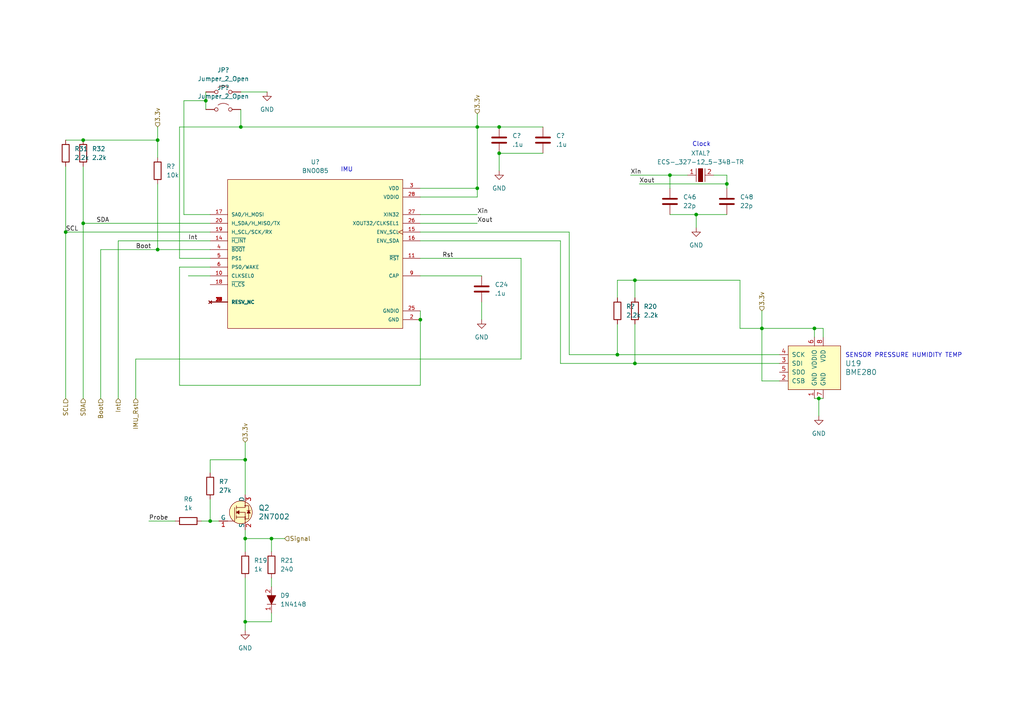
<source format=kicad_sch>
(kicad_sch (version 20231120) (generator "eeschema") (generator_version "8.0")
  (paper "A4")
  (lib_symbols
    (symbol "BNO085:BNO085" (pin_names (offset 1.016))
      (property "Reference" "U" (at -25.4 21.59 0))
      (property "Value" "BNO085" (at -25.4 -25.4 0))
      (symbol "BNO085_0_0"
        (rectangle (start -25.4 -22.86) (end 25.4 20.32) (stroke (width 0.1524)) (fill (type background)))
        (pin no_connect line (at -30.48 -15.24 0) (length 5.08) (name "RESV_NC") (number "1"))
        (pin input line (at -30.48 -7.62 0) (length 5.08) (name "CLKSEL0") (number "10"))
        (pin input line (at 30.48 -2.54 180) (length 5.08) (name "~{RST}") (number "11"))
        (pin no_connect line (at -30.48 -15.24 0) (length 5.08) (name "RESV_NC") (number "12"))
        (pin no_connect line (at -30.48 -15.24 0) (length 5.08) (name "RESV_NC") (number "13"))
        (pin output line (at -30.48 2.54 0) (length 5.08) (name "~{H_INT}") (number "14"))
        (pin bidirectional clock (at 30.48 5.08 180) (length 5.08) (name "ENV_SCL") (number "15"))
        (pin bidirectional line (at 30.48 2.54 180) (length 5.08) (name "ENV_SDA") (number "16"))
        (pin input line (at -30.48 10.16 0) (length 5.08) (name "SA0/H_MOSI") (number "17"))
        (pin input line (at -30.48 -10.16 0) (length 5.08) (name "~{H_CS}") (number "18"))
        (pin bidirectional line (at -30.48 5.08 0) (length 5.08) (name "H_SCL/SCK/RX") (number "19"))
        (pin power_in line (at 30.48 -20.32 180) (length 5.08) (name "GND") (number "2"))
        (pin bidirectional line (at -30.48 7.62 0) (length 5.08) (name "H_SDA/H_MISO/TX") (number "20"))
        (pin no_connect line (at -30.48 -15.24 0) (length 5.08) (name "RESV_NC") (number "21"))
        (pin no_connect line (at -30.48 -15.24 0) (length 5.08) (name "RESV_NC") (number "22"))
        (pin no_connect line (at -30.48 -15.24 0) (length 5.08) (name "RESV_NC") (number "23"))
        (pin no_connect line (at -30.48 -15.24 0) (length 5.08) (name "RESV_NC") (number "24"))
        (pin power_in line (at 30.48 -17.78 180) (length 5.08) (name "GNDIO") (number "25"))
        (pin output line (at 30.48 7.62 180) (length 5.08) (name "XOUT32/CLKSEL1") (number "26"))
        (pin input line (at 30.48 10.16 180) (length 5.08) (name "XIN32") (number "27"))
        (pin power_in line (at 30.48 15.24 180) (length 5.08) (name "VDDIO") (number "28"))
        (pin power_in line (at 30.48 17.78 180) (length 5.08) (name "VDD") (number "3"))
        (pin input line (at -30.48 0 0) (length 5.08) (name "~{BOOT}") (number "4"))
        (pin input line (at -30.48 -2.54 0) (length 5.08) (name "PS1") (number "5"))
        (pin input line (at -30.48 -5.08 0) (length 5.08) (name "PS0/WAKE") (number "6"))
        (pin no_connect line (at -30.48 -15.24 0) (length 5.08) (name "RESV_NC") (number "7"))
        (pin no_connect line (at -30.48 -15.24 0) (length 5.08) (name "RESV_NC") (number "8"))
        (pin passive line (at 30.48 -7.62 180) (length 5.08) (name "CAP") (number "9"))
      )
    )
    (symbol "Device:C" (pin_numbers hide) (pin_names (offset 0.254))
      (property "Reference" "C" (at 0.635 2.54 0))
      (property "Value" "C" (at 0.635 -2.54 0))
      (symbol "C_0_1"
        (polyline (pts (xy -2.032 -0.762) (xy 2.032 -0.762)) (stroke (width 0.508)))
        (polyline (pts (xy -2.032 0.762) (xy 2.032 0.762)) (stroke (width 0.508)))
      )
      (symbol "C_1_1"
        (pin passive line (at 0 3.81 270) (length 2.794) (name "~") (number "1"))
        (pin passive line (at 0 -3.81 90) (length 2.794) (name "~") (number "2"))
      )
    )
    (symbol "Device:R" (pin_numbers hide) (pin_names (offset 0))
      (property "Reference" "R" (at 2.032 0 90))
      (property "Value" "R" (at 0 0 90))
      (symbol "R_0_1"
        (rectangle (start -1.016 -2.54) (end 1.016 2.54) (stroke (width 0.254)))
      )
      (symbol "R_1_1"
        (pin passive line (at 0 3.81 270) (length 1.27) (name "~") (number "1"))
        (pin passive line (at 0 -3.81 90) (length 1.27) (name "~") (number "2"))
      )
    )
    (symbol "Jumper:Jumper_2_Open" (pin_numbers hide) (pin_names (offset 0) hide) (exclude_from_sim yes)
      (property "Reference" "JP" (at 0 2.794 0))
      (property "Value" "Jumper_2_Open" (at 0 -2.286 0))
      (symbol "Jumper_2_Open_0_0"
        (circle (center -2.032 0) (radius 0.508))
        (circle (center 2.032 0) (radius 0.508))
      )
      (symbol "Jumper_2_Open_0_1"
        (arc (start 1.524 1.27) (mid 0 1.778) (end -1.524 1.27))
      )
      (symbol "Jumper_2_Open_1_1"
        (pin passive line (at -5.08 0 0) (length 2.54) (name "A") (number "1"))
        (pin passive line (at 5.08 0 180) (length 2.54) (name "B") (number "2"))
      )
    )
    (symbol "dk_Crystals:ECS-_327-12_5-34B-TR" (pin_names (offset 1.016))
      (property "Reference" "XTAL" (at 0 3.81 0))
      (property "Value" "ECS-_327-12_5-34B-TR" (at 0 -3.81 0))
      (symbol "ECS-_327-12_5-34B-TR_1_1"
        (rectangle (start -0.635 1.905) (end 0.635 -1.905) (fill (type outline)))
        (polyline (pts (xy -1.27 1.905) (xy -1.27 -1.905)))
        (polyline (pts (xy 1.27 1.905) (xy 1.27 -1.905)))
        (pin bidirectional line (at -3.81 0 0) (length 2.54) (name "~") (number "1"))
        (pin bidirectional line (at 3.81 0 180) (length 2.54) (name "~") (number "2"))
      )
    )
    (symbol "dk_Diodes-Rectifiers-Single:1N4148" (pin_names (offset 1.016))
      (property "Reference" "D" (at 0 3.81 0))
      (property "Value" "1N4148" (at 1.27 -3.81 0))
      (symbol "1N4148_0_1"
        (polyline (pts (xy 0 0) (xy 2.54 0)))
        (polyline (pts (xy 0 1.27) (xy 0 -1.27)))
        (polyline (pts (xy 2.54 1.27) (xy 2.54 -1.27) (xy 0 0) (xy 2.54 1.27)) (fill (type outline)))
      )
      (symbol "1N4148_1_1"
        (pin passive line (at -2.54 0 0) (length 2.54) (name "~") (number "1"))
        (pin passive line (at 5.08 0 180) (length 2.54) (name "~") (number "2"))
      )
    )
    (symbol "dk_Humidity-Moisture-Sensors:BME280" (pin_names (offset 1.016))
      (property "Reference" "U" (at -5.08 8.89 0))
      (property "Value" "BME280" (at -2.54 11.43 0))
      (symbol "BME280_0_1"
        (rectangle (start 7.62 7.62) (end -7.62 -5.08) (fill (type background)))
      )
      (symbol "BME280_1_1"
        (pin power_in line (at 0 -7.62 90) (length 2.54) (name "GND") (number "1"))
        (pin input line (at -10.16 -2.54 0) (length 2.54) (name "CSB") (number "2"))
        (pin bidirectional line (at -10.16 2.54 0) (length 2.54) (name "SDI") (number "3"))
        (pin input line (at -10.16 5.08 0) (length 2.54) (name "SCK") (number "4"))
        (pin bidirectional line (at -10.16 0 0) (length 2.54) (name "SDO") (number "5"))
        (pin power_in line (at 0 10.16 270) (length 2.54) (name "VDDIO") (number "6"))
        (pin power_in line (at 2.54 -7.62 90) (length 2.54) (name "GND") (number "7"))
        (pin power_in line (at 2.54 10.16 270) (length 2.54) (name "VDD") (number "8"))
      )
    )
    (symbol "dk_Transistors-FETs-MOSFETs-Single:2N7002" (pin_names (offset 0))
      (property "Reference" "Q" (at -2.6924 3.6322 0))
      (property "Value" "2N7002" (at 3.4544 0 90))
      (symbol "2N7002_0_1"
        (circle (center -1.27 0) (radius 3.302) (fill (type background)))
        (circle (center 0 -1.905) (radius 0.127))
        (circle (center 0 -1.397) (radius 0.127))
        (polyline (pts (xy 0 -1.397) (xy -2.54 -1.397)))
        (polyline (pts (xy -5.08 -2.54) (xy -3.048 -2.54) (xy -3.048 1.397)))
        (polyline (pts (xy 0 -2.54) (xy 0 0) (xy -2.54 0)))
        (polyline (pts (xy 0 2.54) (xy 0 1.397) (xy -2.54 1.397)))
        (polyline (pts (xy -0.127 -1.905) (xy 1.016 -1.905) (xy 1.016 1.397) (xy 1.016 1.905) (xy -0.127 1.905)))
        (circle (center 0 1.905) (radius 0.127))
      )
      (symbol "2N7002_1_1"
        (polyline (pts (xy -2.54 -1.397) (xy -2.54 -1.905)))
        (polyline (pts (xy -2.54 -1.397) (xy -2.54 -0.889)))
        (polyline (pts (xy -2.54 0) (xy -2.54 -0.508)))
        (polyline (pts (xy -2.54 0) (xy -2.54 0.508)))
        (polyline (pts (xy -2.54 1.905) (xy -2.54 0.889)))
        (polyline (pts (xy 1.524 0.508) (xy 0.508 0.508)))
        (polyline (pts (xy -2.54 0) (xy -1.778 0.508) (xy -1.778 -0.508) (xy -2.54 0)) (fill (type outline)))
        (polyline (pts (xy 1.016 0.508) (xy 0.508 -0.254) (xy 1.524 -0.254) (xy 1.016 0.508)) (fill (type outline)))
        (pin bidirectional line (at -7.62 -2.54 0) (length 2.54) (name "G") (number "1"))
        (pin bidirectional line (at 0 -5.08 90) (length 2.54) (name "S") (number "2"))
        (pin bidirectional line (at 0 5.08 270) (length 2.54) (name "D") (number "3"))
      )
    )
    (symbol "power:GND" (power) (pin_numbers hide) (pin_names (offset 0) hide)
      (property "Value" "GND" (at 0 -3.81 0))
      (symbol "GND_0_1"
        (polyline (pts (xy 0 0) (xy 0 -1.27) (xy 1.27 -1.27) (xy 0 -2.54) (xy -1.27 -1.27) (xy 0 -1.27)))
      )
      (symbol "GND_1_1"
        (pin power_in line (at 0 0 270) (length 0) (name "~") (number "1"))
      )
    )
  )
  (junction (at 237.49 115.57))
  (junction (at 179.07 102.87))
  (junction (at 19.05 67.31))
  (junction (at 45.72 40.64))
  (junction (at 71.12 180.34))
  (junction (at 24.13 64.77))
  (junction (at 71.12 133.35))
  (junction (at 138.43 54.61))
  (junction (at 144.78 36.83))
  (junction (at 220.98 95.25))
  (junction (at 24.13 40.64))
  (junction (at 138.43 36.83))
  (junction (at 45.72 72.39))
  (junction (at 69.85 36.83))
  (junction (at 144.78 44.45))
  (junction (at 121.92 92.71))
  (junction (at 184.15 105.41))
  (junction (at 71.12 156.21))
  (junction (at 201.93 62.23))
  (junction (at 210.82 53.34))
  (junction (at 78.74 156.21))
  (junction (at 236.22 95.25))
  (junction (at 184.15 81.28))
  (junction (at 60.96 151.13))
  (junction (at 59.69 29.21))
  (junction (at 194.31 50.8))
  (wire (pts (xy 59.69 29.21) (xy 59.69 26.67)))
  (wire (pts (xy 121.92 54.61) (xy 138.43 54.61)))
  (wire (pts (xy 151.13 104.14) (xy 39.37 104.14)))
  (wire (pts (xy 78.74 156.21) (xy 78.74 160.02)))
  (wire (pts (xy 237.49 115.57) (xy 238.76 115.57)))
  (wire (pts (xy 60.96 133.35) (xy 71.12 133.35)))
  (wire (pts (xy 210.82 53.34) (xy 210.82 54.61)))
  (wire (pts (xy 162.56 105.41) (xy 184.15 105.41)))
  (wire (pts (xy 184.15 93.98) (xy 184.15 105.41)))
  (wire (pts (xy 214.63 81.28) (xy 214.63 95.25)))
  (wire (pts (xy 194.31 62.23) (xy 201.93 62.23)))
  (wire (pts (xy 121.92 62.23) (xy 138.43 62.23)))
  (wire (pts (xy 236.22 95.25) (xy 236.22 97.79)))
  (wire (pts (xy 185.42 53.34) (xy 210.82 53.34)))
  (wire (pts (xy 29.21 72.39) (xy 45.72 72.39)))
  (wire (pts (xy 45.72 53.34) (xy 45.72 72.39)))
  (wire (pts (xy 45.72 72.39) (xy 60.96 72.39)))
  (wire (pts (xy 236.22 95.25) (xy 238.76 95.25)))
  (wire (pts (xy 184.15 81.28) (xy 214.63 81.28)))
  (wire (pts (xy 52.07 77.47) (xy 52.07 111.76)))
  (wire (pts (xy 78.74 156.21) (xy 82.55 156.21)))
  (wire (pts (xy 52.07 74.93) (xy 52.07 36.83)))
  (wire (pts (xy 45.72 40.64) (xy 45.72 45.72)))
  (wire (pts (xy 78.74 180.34) (xy 71.12 180.34)))
  (wire (pts (xy 201.93 62.23) (xy 201.93 66.04)))
  (wire (pts (xy 194.31 50.8) (xy 199.39 50.8)))
  (wire (pts (xy 71.12 153.67) (xy 71.12 156.21)))
  (wire (pts (xy 179.07 81.28) (xy 184.15 81.28)))
  (wire (pts (xy 121.92 92.71) (xy 121.92 111.76)))
  (wire (pts (xy 29.21 72.39) (xy 29.21 115.57)))
  (wire (pts (xy 238.76 95.25) (xy 238.76 97.79)))
  (wire (pts (xy 78.74 177.8) (xy 78.74 180.34)))
  (wire (pts (xy 220.98 110.49) (xy 220.98 95.25)))
  (wire (pts (xy 138.43 36.83) (xy 144.78 36.83)))
  (wire (pts (xy 138.43 54.61) (xy 138.43 57.15)))
  (wire (pts (xy 60.96 67.31) (xy 19.05 67.31)))
  (wire (pts (xy 184.15 81.28) (xy 184.15 86.36)))
  (wire (pts (xy 121.92 69.85) (xy 162.56 69.85)))
  (wire (pts (xy 144.78 44.45) (xy 157.48 44.45)))
  (wire (pts (xy 121.92 90.17) (xy 121.92 92.71)))
  (wire (pts (xy 52.07 74.93) (xy 60.96 74.93)))
  (wire (pts (xy 236.22 115.57) (xy 237.49 115.57)))
  (wire (pts (xy 210.82 50.8) (xy 210.82 53.34)))
  (wire (pts (xy 69.85 36.83) (xy 138.43 36.83)))
  (wire (pts (xy 121.92 74.93) (xy 151.13 74.93)))
  (wire (pts (xy 78.74 167.64) (xy 78.74 170.18)))
  (wire (pts (xy 165.1 67.31) (xy 165.1 102.87)))
  (wire (pts (xy 60.96 64.77) (xy 24.13 64.77)))
  (wire (pts (xy 69.85 31.75) (xy 69.85 36.83)))
  (wire (pts (xy 184.15 105.41) (xy 226.06 105.41)))
  (wire (pts (xy 52.07 36.83) (xy 69.85 36.83)))
  (wire (pts (xy 52.07 111.76) (xy 121.92 111.76)))
  (wire (pts (xy 165.1 102.87) (xy 179.07 102.87)))
  (wire (pts (xy 71.12 133.35) (xy 71.12 143.51)))
  (wire (pts (xy 39.37 104.14) (xy 39.37 115.57)))
  (wire (pts (xy 139.7 87.63) (xy 139.7 92.71)))
  (wire (pts (xy 53.34 29.21) (xy 59.69 29.21)))
  (wire (pts (xy 214.63 95.25) (xy 220.98 95.25)))
  (wire (pts (xy 121.92 67.31) (xy 165.1 67.31)))
  (wire (pts (xy 138.43 36.83) (xy 138.43 54.61)))
  (wire (pts (xy 54.61 80.01) (xy 60.96 80.01)))
  (wire (pts (xy 179.07 93.98) (xy 179.07 102.87)))
  (wire (pts (xy 19.05 67.31) (xy 19.05 48.26)))
  (wire (pts (xy 60.96 137.16) (xy 60.96 133.35)))
  (wire (pts (xy 34.29 69.85) (xy 60.96 69.85)))
  (wire (pts (xy 138.43 33.02) (xy 138.43 36.83)))
  (wire (pts (xy 121.92 64.77) (xy 138.43 64.77)))
  (wire (pts (xy 207.01 50.8) (xy 210.82 50.8)))
  (wire (pts (xy 60.96 144.78) (xy 60.96 151.13)))
  (wire (pts (xy 226.06 110.49) (xy 220.98 110.49)))
  (wire (pts (xy 43.18 151.13) (xy 50.8 151.13)))
  (wire (pts (xy 71.12 156.21) (xy 78.74 156.21)))
  (wire (pts (xy 237.49 115.57) (xy 237.49 120.65)))
  (wire (pts (xy 24.13 64.77) (xy 24.13 115.57)))
  (wire (pts (xy 194.31 54.61) (xy 194.31 50.8)))
  (wire (pts (xy 121.92 57.15) (xy 138.43 57.15)))
  (wire (pts (xy 179.07 102.87) (xy 226.06 102.87)))
  (wire (pts (xy 24.13 40.64) (xy 45.72 40.64)))
  (wire (pts (xy 45.72 36.83) (xy 45.72 40.64)))
  (wire (pts (xy 162.56 69.85) (xy 162.56 105.41)))
  (wire (pts (xy 121.92 80.01) (xy 139.7 80.01)))
  (wire (pts (xy 151.13 74.93) (xy 151.13 104.14)))
  (wire (pts (xy 179.07 86.36) (xy 179.07 81.28)))
  (wire (pts (xy 60.96 151.13) (xy 63.5 151.13)))
  (wire (pts (xy 69.85 26.67) (xy 77.47 26.67)))
  (wire (pts (xy 58.42 151.13) (xy 60.96 151.13)))
  (wire (pts (xy 71.12 180.34) (xy 71.12 182.88)))
  (wire (pts (xy 53.34 62.23) (xy 60.96 62.23)))
  (wire (pts (xy 71.12 128.27) (xy 71.12 133.35)))
  (wire (pts (xy 53.34 29.21) (xy 53.34 62.23)))
  (wire (pts (xy 220.98 90.17) (xy 220.98 95.25)))
  (wire (pts (xy 182.88 50.8) (xy 194.31 50.8)))
  (wire (pts (xy 52.07 77.47) (xy 60.96 77.47)))
  (wire (pts (xy 201.93 62.23) (xy 210.82 62.23)))
  (wire (pts (xy 59.69 29.21) (xy 59.69 31.75)))
  (wire (pts (xy 34.29 69.85) (xy 34.29 115.57)))
  (wire (pts (xy 144.78 44.45) (xy 144.78 49.53)))
  (wire (pts (xy 144.78 36.83) (xy 157.48 36.83)))
  (wire (pts (xy 220.98 95.25) (xy 236.22 95.25)))
  (wire (pts (xy 71.12 156.21) (xy 71.12 160.02)))
  (wire (pts (xy 19.05 67.31) (xy 19.05 115.57)))
  (wire (pts (xy 71.12 167.64) (xy 71.12 180.34)))
  (wire (pts (xy 24.13 64.77) (xy 24.13 48.26)))
  (wire (pts (xy 19.05 40.64) (xy 24.13 40.64)))
  (text "Clock\n" (at 203.454 41.91 0) (effects (font (size 1.27 1.27))))
  (text "IMU" (at 100.584 49.276 0) (effects (font (size 1.27 1.27))))
  (text "SENSOR PRESSURE HUMIDITY TEMP" (at 262.128 103.124 0) (effects (font (size 1.27 1.27))))
  (label "Rst" (at 128.27 74.93 0))
  (label "Xout" (at 185.42 53.34 0))
  (label "Xin" (at 138.43 62.23 0))
  (label "Probe" (at 43.18 151.13 0))
  (label "SCL" (at 19.05 67.31 0))
  (label "Xout" (at 138.43 64.77 0))
  (label "SDA" (at 27.94 64.77 0))
  (label "Xin" (at 182.88 50.8 0))
  (label "Boot" (at 39.37 72.39 0))
  (label "Int" (at 54.61 69.85 0))
  (hierarchical_label "3.3v" (shape input) (at 45.72 36.83 90))
  (hierarchical_label "IMU_Rst" (shape input) (at 39.37 115.57 270))
  (hierarchical_label "SDA" (shape input) (at 24.13 115.57 270))
  (hierarchical_label "3.3v" (shape input) (at 138.43 33.02 90))
  (hierarchical_label "Boot" (shape input) (at 29.21 115.57 270))
  (hierarchical_label "Int" (shape input) (at 34.29 115.57 270))
  (hierarchical_label "3.3v" (shape input) (at 71.12 128.27 90))
  (hierarchical_label "Signal" (shape input) (at 82.55 156.21 0))
  (hierarchical_label "3.3v" (shape input) (at 220.98 90.17 90))
  (hierarchical_label "SCL" (shape input) (at 19.05 115.57 270))
  (symbol (lib_id "BNO085:BNO085") (at 91.44 72.39 0) (unit 1)
    (property "Reference" "U?" (at 91.44 46.99 0))
    (property "Value" "BNO085" (at 91.44 49.53 0))
    (property "Footprint" "BNO085:IC_BNO085" (effects (hide yes)))
    (property "MF" "Hillcrest Laboratories," (effects (hide yes)))
    (property "MAXIMUM_PACKAGE_HEIGHT" "1.18mm" (effects (hide yes)))
    (property "Package" "TFLGA-28 Hillcrest Laboratories" (effects (hide yes)))
    (property "Price" "None" (effects (hide yes)))
    (property "Check_prices" "https://www.snapeda.com/parts/BNO085/Hillcrest+Laboratories%252C+Inc./view-part/?ref=eda" (effects (hide yes)))
    (property "STANDARD" "Manufacturer Recommendations" (effects (hide yes)))
    (property "PARTREV" "v1.17" (effects (hide yes)))
    (property "SnapEDA_Link" "https://www.snapeda.com/parts/BNO085/Hillcrest+Laboratories%252C+Inc./view-part/?ref=snap" (effects (hide yes)))
    (property "MP" "BNO085" (effects (hide yes)))
    (property "Description_1" "\nAccelerometer, Gyroscope, Magnetometer, 9 Axis Sensor I²C, SPI, UART Output\n" (effects (hide yes)))
    (property "Availability" "Not in stock" (effects (hide yes)))
    (property "MANUFACTURER" "Hillcrest Laboratories, Inc." (effects (hide yes)))
  )
  (symbol (lib_id "Device:R") (at 60.96 140.97 0) (unit 1)
    (property "Reference" "R7" (at 63.5 139.6999 0) (effects (justify left)))
    (property "Value" "27k" (at 63.5 142.2399 0) (effects (justify left)))
    (property "Description" "Resistor" (effects (hide yes)))
  )
  (symbol (lib_id "Device:R") (at 184.15 90.17 0) (unit 1)
    (property "Reference" "R20" (at 186.69 88.8999 0) (effects (justify left)))
    (property "Value" "2.2k" (at 186.69 91.4399 0) (effects (justify left)))
    (property "Description" "Resistor" (effects (hide yes)))
  )
  (symbol (lib_id "Device:R") (at 45.72 49.53 0) (unit 1)
    (property "Reference" "R?" (at 48.26 48.2599 0) (effects (justify left)))
    (property "Value" "10k" (at 48.26 50.7999 0) (effects (justify left)))
    (property "Description" "Resistor" (effects (hide yes)))
  )
  (symbol (lib_id "dk_Diodes-Rectifiers-Single:1N4148") (at 78.74 175.26 90) (unit 1)
    (property "Reference" "D9" (at 81.28 172.7199 90) (effects (justify right)))
    (property "Value" "1N4148" (at 81.28 175.2599 90) (effects (justify right)))
    (property "Footprint" "digikey-footprints:Diode_DO-35_P10mm" (effects (hide yes)))
    (property "Datasheet" "https://www.onsemi.com/pub/Collateral/1N914-D.PDF" (effects (hide yes)))
    (property "Description" "DIODE GEN PURP 100V 200MA DO35" (effects (hide yes)))
    (property "Digi-Key_PN" "1N4148FS-ND" (effects (hide yes)))
    (property "MPN" "1N4148" (effects (hide yes)))
    (property "Category" "Discrete Semiconductor Products" (effects (hide yes)))
    (property "Family" "Diodes - Rectifiers - Single" (effects (hide yes)))
    (property "DK_Datasheet_Link" "https://www.onsemi.com/pub/Collateral/1N914-D.PDF" (effects (hide yes)))
    (property "DK_Detail_Page" "/product-detail/en/on-semiconductor/1N4148/1N4148FS-ND/458603" (effects (hide yes)))
    (property "Description_1" "DIODE GEN PURP 100V 200MA DO35" (effects (hide yes)))
    (property "Manufacturer" "ON Semiconductor" (effects (hide yes)))
    (property "Status" "Active" (effects (hide yes)))
  )
  (symbol (lib_id "Device:R") (at 24.13 44.45 0) (unit 1)
    (property "Reference" "R32" (at 26.67 43.1799 0) (effects (justify left)))
    (property "Value" "2.2k" (at 26.67 45.7199 0) (effects (justify left)))
    (property "Description" "Resistor" (effects (hide yes)))
  )
  (symbol (lib_id "power:GND") (at 77.47 26.67 0) (unit 1)
    (property "Reference" "#PWR?" (effects (hide yes)))
    (property "Value" "GND" (at 77.47 31.75 0))
    (property "Description" "Power symbol creates a global label with name \"GND\" , ground" (effects (hide yes)))
  )
  (symbol (lib_id "Jumper:Jumper_2_Open") (at 64.77 31.75 0) (unit 1) (exclude_from_sim yes)
    (property "Reference" "JP?" (at 64.77 25.4 0))
    (property "Value" "Jumper_2_Open" (at 64.77 27.94 0))
    (property "Description" "Jumper, 2-pole, open" (effects (hide yes)))
  )
  (symbol (lib_id "Device:R") (at 54.61 151.13 90) (unit 1)
    (property "Reference" "R6" (at 54.61 144.78 90))
    (property "Value" "1k" (at 54.61 147.32 90))
    (property "Description" "Resistor" (effects (hide yes)))
  )
  (symbol (lib_id "Device:R") (at 179.07 90.17 0) (unit 1)
    (property "Reference" "R?" (at 181.61 88.8999 0) (effects (justify left)))
    (property "Value" "2.2k" (at 181.61 91.4399 0) (effects (justify left)))
    (property "Description" "Resistor" (effects (hide yes)))
  )
  (symbol (lib_id "power:GND") (at 144.78 49.53 0) (unit 1)
    (property "Reference" "#PWR?" (effects (hide yes)))
    (property "Value" "GND" (at 144.78 54.61 0))
    (property "Description" "Power symbol creates a global label with name \"GND\" , ground" (effects (hide yes)))
  )
  (symbol (lib_id "Device:R") (at 71.12 163.83 0) (unit 1)
    (property "Reference" "R19" (at 73.66 162.5599 0) (effects (justify left)))
    (property "Value" "1k" (at 73.66 165.0999 0) (effects (justify left)))
    (property "Description" "Resistor" (effects (hide yes)))
  )
  (symbol (lib_id "power:GND") (at 139.7 92.71 0) (unit 1)
    (property "Reference" "#PWR?" (effects (hide yes)))
    (property "Value" "GND" (at 139.7 97.79 0))
    (property "Description" "Power symbol creates a global label with name \"GND\" , ground" (effects (hide yes)))
  )
  (symbol (lib_id "dk_Humidity-Moisture-Sensors:BME280") (at 236.22 107.95 0) (unit 1)
    (property "Reference" "U19" (at 245.11 105.4099 0) (effects (font (size 1.524 1.524)) (justify left)))
    (property "Value" "BME280" (at 245.11 107.9499 0) (effects (font (size 1.524 1.524)) (justify left)))
    (property "Footprint" "digikey-footprints:Pressure_Sensor_LGA-8_2.5x2.5mm_BME280" (effects (hide yes)))
    (property "Datasheet" "https://ae-bst.resource.bosch.com/media/_tech/media/datasheets/BST-BME280-DS002.pdf" (effects (hide yes)))
    (property "Description" "SENSOR PRESSURE HUMIDITY TEMP" (effects (hide yes)))
    (property "Digi-Key_PN" "828-1063-1-ND" (effects (hide yes)))
    (property "MPN" "BME280" (effects (hide yes)))
    (property "Category" "Sensors, Transducers" (effects (hide yes)))
    (property "Family" "Humidity, Moisture Sensors" (effects (hide yes)))
    (property "DK_Datasheet_Link" "https://ae-bst.resource.bosch.com/media/_tech/media/datasheets/BST-BME280-DS002.pdf" (effects (hide yes)))
    (property "DK_Detail_Page" "/product-detail/en/bosch-sensortec/BME280/828-1063-1-ND/6136314" (effects (hide yes)))
    (property "Description_1" "SENSOR PRESSURE HUMIDITY TEMP" (effects (hide yes)))
    (property "Manufacturer" "Bosch Sensortec" (effects (hide yes)))
    (property "Status" "Active" (effects (hide yes)))
  )
  (symbol (lib_id "power:GND") (at 237.49 120.65 0) (unit 1)
    (property "Reference" "#PWR?" (effects (hide yes)))
    (property "Value" "GND" (at 237.49 125.73 0))
    (property "Description" "Power symbol creates a global label with name \"GND\" , ground" (effects (hide yes)))
  )
  (symbol (lib_id "Jumper:Jumper_2_Open") (at 64.77 26.67 0) (unit 1) (exclude_from_sim yes)
    (property "Reference" "JP?" (at 64.77 20.32 0))
    (property "Value" "Jumper_2_Open" (at 64.77 22.86 0))
    (property "Description" "Jumper, 2-pole, open" (effects (hide yes)))
  )
  (symbol (lib_id "Device:C") (at 210.82 58.42 0) (unit 1)
    (property "Reference" "C48" (at 214.63 57.1499 0) (effects (justify left)))
    (property "Value" "22p" (at 214.63 59.6899 0) (effects (justify left)))
    (property "Description" "Unpolarized capacitor" (effects (hide yes)))
  )
  (symbol (lib_id "Device:C") (at 144.78 40.64 0) (unit 1)
    (property "Reference" "C?" (at 148.59 39.3699 0) (effects (justify left)))
    (property "Value" ".1u" (at 148.59 41.9099 0) (effects (justify left)))
    (property "Description" "Unpolarized capacitor" (effects (hide yes)))
  )
  (symbol (lib_id "dk_Crystals:ECS-_327-12_5-34B-TR") (at 203.2 50.8 0) (unit 1)
    (property "Reference" "XTAL?" (at 203.2 44.45 0))
    (property "Value" "ECS-_327-12_5-34B-TR" (at 203.2 46.99 0))
    (property "Footprint" "digikey-footprints:SMD-2_3.2x1.5mm" (effects (hide yes)))
    (property "Datasheet" "http://www.ecsxtal.com/store/pdf/ecx-31b.pdf" (effects (hide yes)))
    (property "Description" "CRYSTAL 32.7680KHZ 12.5PF SMD" (effects (hide yes)))
    (property "Digi-Key_PN" "XC1617CT-ND" (effects (hide yes)))
    (property "MPN" "ECS-.327-12.5-34B-TR" (effects (hide yes)))
    (property "Category" "Crystals, Oscillators, Resonators" (effects (hide yes)))
    (property "Family" "Crystals" (effects (hide yes)))
    (property "DK_Datasheet_Link" "http://www.ecsxtal.com/store/pdf/ecx-31b.pdf" (effects (hide yes)))
    (property "DK_Detail_Page" "/product-detail/en/ecs-inc/ECS-.327-12.5-34B-TR/XC1617CT-ND/1693786" (effects (hide yes)))
    (property "Description_1" "CRYSTAL 32.7680KHZ 12.5PF SMD" (effects (hide yes)))
    (property "Manufacturer" "ECS Inc." (effects (hide yes)))
    (property "Status" "Active" (effects (hide yes)))
  )
  (symbol (lib_id "dk_Transistors-FETs-MOSFETs-Single:2N7002") (at 71.12 148.59 0) (unit 1)
    (property "Reference" "Q2" (at 74.93 147.3199 0) (effects (font (size 1.524 1.524)) (justify left)))
    (property "Value" "2N7002" (at 74.93 149.8599 0) (effects (font (size 1.524 1.524)) (justify left)))
    (property "Footprint" "digikey-footprints:SOT-23-3" (effects (hide yes)))
    (property "Datasheet" "https://www.onsemi.com/pub/Collateral/NDS7002A-D.PDF" (effects (hide yes)))
    (property "Description" "MOSFET N-CH 60V 115MA SOT-23" (effects (hide yes)))
    (property "Digi-Key_PN" "2N7002NCT-ND" (effects (hide yes)))
    (property "MPN" "2N7002" (effects (hide yes)))
    (property "Category" "Discrete Semiconductor Products" (effects (hide yes)))
    (property "Family" "Transistors - FETs, MOSFETs - Single" (effects (hide yes)))
    (property "DK_Datasheet_Link" "https://www.onsemi.com/pub/Collateral/NDS7002A-D.PDF" (effects (hide yes)))
    (property "DK_Detail_Page" "/product-detail/en/on-semiconductor/2N7002/2N7002NCT-ND/244664" (effects (hide yes)))
    (property "Description_1" "MOSFET N-CH 60V 115MA SOT-23" (effects (hide yes)))
    (property "Manufacturer" "ON Semiconductor" (effects (hide yes)))
    (property "Status" "Active" (effects (hide yes)))
  )
  (symbol (lib_id "Device:C") (at 139.7 83.82 0) (unit 1)
    (property "Reference" "C24" (at 143.51 82.5499 0) (effects (justify left)))
    (property "Value" ".1u" (at 143.51 85.0899 0) (effects (justify left)))
    (property "Description" "Unpolarized capacitor" (effects (hide yes)))
  )
  (symbol (lib_id "power:GND") (at 201.93 66.04 0) (unit 1)
    (property "Reference" "#PWR?" (effects (hide yes)))
    (property "Value" "GND" (at 201.93 71.12 0))
    (property "Description" "Power symbol creates a global label with name \"GND\" , ground" (effects (hide yes)))
  )
  (symbol (lib_id "power:GND") (at 71.12 182.88 0) (unit 1)
    (property "Reference" "#PWR031" (effects (hide yes)))
    (property "Value" "GND" (at 71.12 187.96 0))
    (property "Description" "Power symbol creates a global label with name \"GND\" , ground" (effects (hide yes)))
  )
  (symbol (lib_id "Device:R") (at 19.05 44.45 0) (unit 1)
    (property "Reference" "R31" (at 21.59 43.1799 0) (effects (justify left)))
    (property "Value" "2.2k" (at 21.59 45.7199 0) (effects (justify left)))
    (property "Description" "Resistor" (effects (hide yes)))
  )
  (symbol (lib_id "Device:C") (at 194.31 58.42 180) (unit 1)
    (property "Reference" "C46" (at 198.12 57.1499 0) (effects (justify right)))
    (property "Value" "22p" (at 198.12 59.6899 0) (effects (justify right)))
    (property "Description" "Unpolarized capacitor" (effects (hide yes)))
  )
  (symbol (lib_id "Device:R") (at 78.74 163.83 0) (unit 1)
    (property "Reference" "R21" (at 81.28 162.5599 0) (effects (justify left)))
    (property "Value" "240" (at 81.28 165.0999 0) (effects (justify left)))
    (property "Description" "Resistor" (effects (hide yes)))
  )
  (symbol (lib_id "Device:C") (at 157.48 40.64 0) (unit 1)
    (property "Reference" "C?" (at 161.29 39.3699 0) (effects (justify left)))
    (property "Value" ".1u" (at 161.29 41.9099 0) (effects (justify left)))
    (property "Description" "Unpolarized capacitor" (effects (hide yes)))
  )
)
</source>
